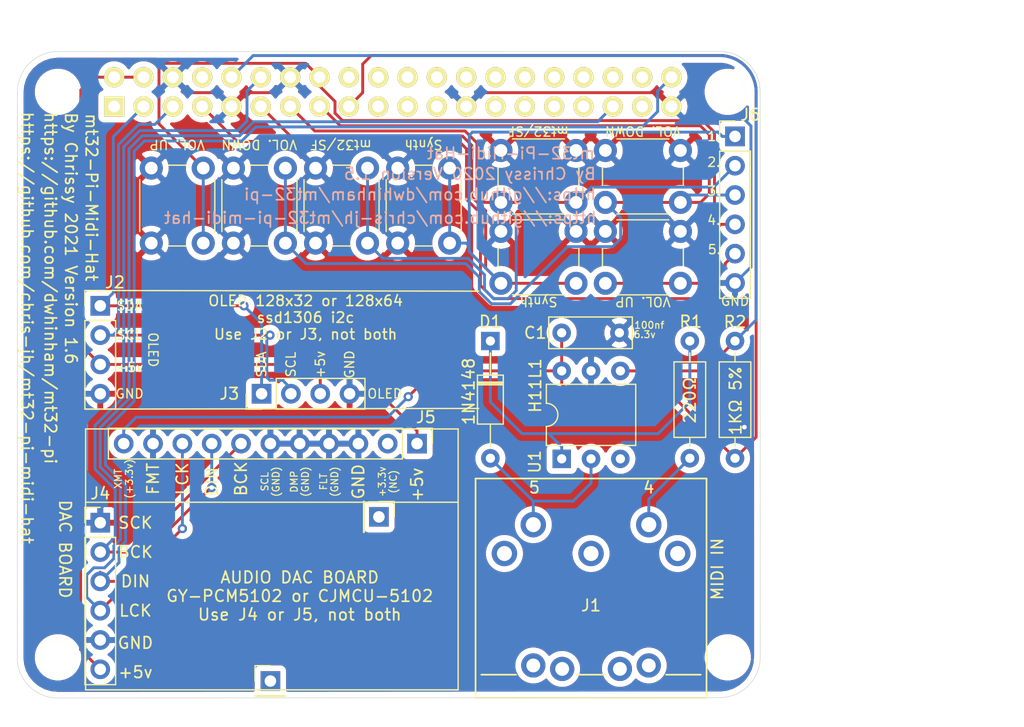
<source format=kicad_pcb>
(kicad_pcb (version 20171130) (host pcbnew "(5.1.4-0-10_14)")
  (layers (0 F.Cu signal) (31 B.Cu signal) (34 B.Paste user) (35 F.Paste user) (36 B.SilkS user) (37 F.SilkS user) (38 B.Mask user) (39 F.Mask user) (44 Edge.Cuts user))
  (net 0 "")
  (net 1 "Net-(D1-Pad2)")
  (net 2 "Net-(D1-Pad1)")
  (net 3 "Net-(J1-Pad4)")
  (net 4 +5V)
  (net 5 SCL)
  (net 6 SDA)
  (net 7 /Midi/MIDI_RXD)
  (net 8 GND)
  (net 9 +3V3)
  (net 10 DAC_LCK)
  (net 11 DAC_DIN)
  (net 12 DAC_BCK)
  (net 13 BUTTON_5)
  (net 14 BUTTON_4)
  (net 15 BUTTON_3)
  (net 16 BUTTON_2)
  (net 17 BUTTON_1)
  (module Button_Switch_THT:SW_PUSH_6mm_SLIM (layer F.Cu) (at 110.3376 92.3544 90)
    (fp_text reference SW8 hide)
    (fp_text value BUTTON_4 hide)
    (pad 1 thru_hole circle (at 6.5 0 180) (size 2 2) (drill 1.1) (layers *.Cu *.Mask) (net 8 GND))
    (pad 2 thru_hole circle (at 6.5 4.5 180) (size 2 2) (drill 1.1) (layers *.Cu *.Mask) (net 14 BUTTON_4))
    (pad 1 thru_hole circle (at 0 0 180) (size 2 2) (drill 1.1) (layers *.Cu *.Mask) (net 8 GND))
    (pad 2 thru_hole circle (at 0 4.5 180) (size 2 2) (drill 1.1) (layers *.Cu *.Mask) (net 14 BUTTON_4))
  )
  (module Button_Switch_THT:SW_PUSH_6mm_SLIM (layer F.Cu) (at 117.4496 92.3544 90)
    (fp_text reference SW7 hide)
    (fp_text value BUTTON_3 hide)
    (pad 1 thru_hole circle (at 6.5 0 180) (size 2 2) (drill 1.1) (layers *.Cu *.Mask) (net 8 GND))
    (pad 2 thru_hole circle (at 6.5 4.5 180) (size 2 2) (drill 1.1) (layers *.Cu *.Mask) (net 15 BUTTON_3))
    (pad 1 thru_hole circle (at 0 0 180) (size 2 2) (drill 1.1) (layers *.Cu *.Mask) (net 8 GND))
    (pad 2 thru_hole circle (at 0 4.5 180) (size 2 2) (drill 1.1) (layers *.Cu *.Mask) (net 15 BUTTON_3))
  )
  (module Button_Switch_THT:SW_PUSH_6mm_SLIM (layer F.Cu) (at 124.5616 92.3544 90)
    (fp_text reference SW6 hide)
    (fp_text value BUTTON_2 hide)
    (pad 1 thru_hole circle (at 6.5 0 180) (size 2 2) (drill 1.1) (layers *.Cu *.Mask) (net 8 GND))
    (pad 2 thru_hole circle (at 6.5 4.5 180) (size 2 2) (drill 1.1) (layers *.Cu *.Mask) (net 16 BUTTON_2))
    (pad 1 thru_hole circle (at 0 0 180) (size 2 2) (drill 1.1) (layers *.Cu *.Mask) (net 8 GND))
    (pad 2 thru_hole circle (at 0 4.5 180) (size 2 2) (drill 1.1) (layers *.Cu *.Mask) (net 16 BUTTON_2))
  )
  (module Button_Switch_THT:SW_PUSH_6mm_SLIM (layer F.Cu) (at 131.6736 92.3544 90)
    (fp_text reference SW5 hide)
    (fp_text value BUTTON_1 hide)
    (pad 1 thru_hole circle (at 6.5 0 180) (size 2 2) (drill 1.1) (layers *.Cu *.Mask) (net 8 GND))
    (pad 2 thru_hole circle (at 6.5 4.5 180) (size 2 2) (drill 1.1) (layers *.Cu *.Mask) (net 17 BUTTON_1))
    (pad 1 thru_hole circle (at 0 0 180) (size 2 2) (drill 1.1) (layers *.Cu *.Mask) (net 8 GND))
    (pad 2 thru_hole circle (at 0 4.5 180) (size 2 2) (drill 1.1) (layers *.Cu *.Mask) (net 17 BUTTON_1))
  )
  (module Button_Switch_THT:SW_PUSH_6mm_SLIM (layer F.Cu) (at 149.6568 91.3384)
    (fp_text reference SW4 hide)
    (fp_text value BUTTON_4 hide)
    (pad 1 thru_hole circle (at 6.5 0 90) (size 2 2) (drill 1.1) (layers *.Cu *.Mask) (net 8 GND))
    (pad 2 thru_hole circle (at 6.5 4.5 90) (size 2 2) (drill 1.1) (layers *.Cu *.Mask) (net 14 BUTTON_4))
    (pad 1 thru_hole circle (at 0 0 90) (size 2 2) (drill 1.1) (layers *.Cu *.Mask) (net 8 GND))
    (pad 2 thru_hole circle (at 0 4.5 90) (size 2 2) (drill 1.1) (layers *.Cu *.Mask) (net 14 BUTTON_4))
  )
  (module Button_Switch_THT:SW_PUSH_6mm_SLIM (layer F.Cu) (at 149.6568 84.328)
    (fp_text reference SW3 hide)
    (fp_text value BUTTON_3 hide)
    (pad 1 thru_hole circle (at 6.5 0 90) (size 2 2) (drill 1.1) (layers *.Cu *.Mask) (net 8 GND))
    (pad 2 thru_hole circle (at 6.5 4.5 90) (size 2 2) (drill 1.1) (layers *.Cu *.Mask) (net 15 BUTTON_3))
    (pad 1 thru_hole circle (at 0 0 90) (size 2 2) (drill 1.1) (layers *.Cu *.Mask) (net 8 GND))
    (pad 2 thru_hole circle (at 0 4.5 90) (size 2 2) (drill 1.1) (layers *.Cu *.Mask) (net 15 BUTTON_3))
  )
  (module Button_Switch_THT:SW_PUSH_6mm_SLIM (layer F.Cu) (at 140.6144 84.328)
    (fp_text reference SW2 hide)
    (fp_text value BUTTON_2 hide)
    (pad 1 thru_hole circle (at 6.5 0 90) (size 2 2) (drill 1.1) (layers *.Cu *.Mask) (net 8 GND))
    (pad 2 thru_hole circle (at 6.5 4.5 90) (size 2 2) (drill 1.1) (layers *.Cu *.Mask) (net 16 BUTTON_2))
    (pad 1 thru_hole circle (at 0 0 90) (size 2 2) (drill 1.1) (layers *.Cu *.Mask) (net 8 GND))
    (pad 2 thru_hole circle (at 0 4.5 90) (size 2 2) (drill 1.1) (layers *.Cu *.Mask) (net 16 BUTTON_2))
  )
  (module Button_Switch_THT:SW_PUSH_6mm_SLIM (layer F.Cu) (at 140.6144 91.3384)
    (fp_text reference SW1 hide)
    (fp_text value BUTTON_1 hide)
    (pad 1 thru_hole circle (at 6.5 0 90) (size 2 2) (drill 1.1) (layers *.Cu *.Mask) (net 8 GND))
    (pad 2 thru_hole circle (at 6.5 4.5 90) (size 2 2) (drill 1.1) (layers *.Cu *.Mask) (net 17 BUTTON_1))
    (pad 1 thru_hole circle (at 0 0 90) (size 2 2) (drill 1.1) (layers *.Cu *.Mask) (net 8 GND))
    (pad 2 thru_hole circle (at 0 4.5 90) (size 2 2) (drill 1.1) (layers *.Cu *.Mask) (net 17 BUTTON_1))
  )
  (module Connector_PinHeader_2.54mm:PinHeader_1x06_P2.54mm_Vertical (layer F.Cu) (at 160.8836 83.1088)
    (fp_text reference J6 (at 1.3208 -1.8796 180) (layer F.SilkS))
    (fp_text value CONTROL_PINS hide)
    (pad 6 thru_hole oval (at 0 12.7) (size 1.7 1.7) (drill 1) (layers *.Cu *.Mask) (net 8 GND))
    (pad 5 thru_hole oval (at 0 10.16) (size 1.7 1.7) (drill 1) (layers *.Cu *.Mask) (net 13 BUTTON_5))
    (pad 4 thru_hole oval (at 0 7.62) (size 1.7 1.7) (drill 1) (layers *.Cu *.Mask) (net 14 BUTTON_4))
    (pad 3 thru_hole oval (at 0 5.08) (size 1.7 1.7) (drill 1) (layers *.Cu *.Mask) (net 15 BUTTON_3))
    (pad 2 thru_hole oval (at 0 2.54) (size 1.7 1.7) (drill 1) (layers *.Cu *.Mask) (net 16 BUTTON_2))
    (pad 1 thru_hole rect (at 0 0) (size 1.7 1.7) (drill 1) (layers *.Cu *.Mask) (net 17 BUTTON_1))
  )
  (module Connector_PinHeader_2.54mm:PinHeader_1x01_P2.54mm_Vertical (layer F.Cu) (at 120.65 130.302)
    (fp_text reference J8 hide)
    (fp_text value POST hide)
    (pad 1 thru_hole rect (at 0 0) (size 1.7 1.7) (drill 1) (layers *.Cu *.Mask))
  )
  (module Connector_PinHeader_2.54mm:PinHeader_1x04_P2.54mm_Vertical (layer F.Cu) (at 119.888 105.41 90)
    (fp_text reference J3 (at 0 -2.794 180) (layer F.SilkS))
    (fp_text value OLED (at 0 10.668 180) (layer F.SilkS) (effects (font (size 0.8 0.8) (thickness 0.12))))
    (pad 4 thru_hole oval (at 0 7.62 90) (size 1.7 1.7) (drill 1) (layers *.Cu *.Mask) (net 8 GND))
    (pad 3 thru_hole oval (at 0 5.08 90) (size 1.7 1.7) (drill 1) (layers *.Cu *.Mask) (net 4 +5V))
    (pad 2 thru_hole oval (at 0 2.54 90) (size 1.7 1.7) (drill 1) (layers *.Cu *.Mask) (net 5 SCL))
    (pad 1 thru_hole rect (at 0 0 90) (size 1.7 1.7) (drill 1) (layers *.Cu *.Mask) (net 6 SDA))
  )
  (module Connector_PinHeader_2.54mm:PinHeader_1x11_P2.54mm_Vertical (layer F.Cu) (at 133.35 109.728 270)
    (fp_text reference J5 (at -2.286 -0.762 180) (layer F.SilkS))
    (fp_text value "DAC BOARD")
    (pad 11 thru_hole oval (at 0 25.4 270) (size 1.7 1.7) (drill 1) (layers *.Cu *.Mask) (net 9 +3V3))
    (pad 10 thru_hole oval (at 0 22.86 270) (size 1.7 1.7) (drill 1) (layers *.Cu *.Mask) (net 8 GND))
    (pad 9 thru_hole oval (at 0 20.32 270) (size 1.7 1.7) (drill 1) (layers *.Cu *.Mask) (net 10 DAC_LCK))
    (pad 8 thru_hole oval (at 0 17.78 270) (size 1.7 1.7) (drill 1) (layers *.Cu *.Mask) (net 11 DAC_DIN))
    (pad 7 thru_hole oval (at 0 15.24 270) (size 1.7 1.7) (drill 1) (layers *.Cu *.Mask) (net 12 DAC_BCK))
    (pad 6 thru_hole oval (at 0 12.7 270) (size 1.7 1.7) (drill 1) (layers *.Cu *.Mask) (net 8 GND))
    (pad 5 thru_hole oval (at 0 10.16 270) (size 1.7 1.7) (drill 1) (layers *.Cu *.Mask) (net 8 GND))
    (pad 4 thru_hole oval (at 0 7.62 270) (size 1.7 1.7) (drill 1) (layers *.Cu *.Mask) (net 8 GND))
    (pad 3 thru_hole oval (at 0 5.08 270) (size 1.7 1.7) (drill 1) (layers *.Cu *.Mask) (net 8 GND))
    (pad 2 thru_hole oval (at 0 2.54 270) (size 1.7 1.7) (drill 1) (layers *.Cu *.Mask))
    (pad 1 thru_hole rect (at 0 0 270) (size 1.7 1.7) (drill 1) (layers *.Cu *.Mask) (net 4 +5V))
  )
  (module Connector_PinHeader_2.54mm:PinHeader_1x01_P2.54mm_Vertical (layer F.Cu) (at 130.048 116.078 270)
    (fp_text reference J7 hide)
    (fp_text value POST hide)
    (pad 1 thru_hole rect (at 0 0 270) (size 1.7 1.7) (drill 1) (layers *.Cu *.Mask))
  )
  (module RasberryPi:raspberrypi_2_3 (layer F.Cu) (at 131.2545 79.248)
    (fp_text reference Pi1)
    (fp_text value Raspberry_Pi_2_3)
    (pad "" np_thru_hole circle (at 29 49) (size 3 3) (drill 3) (layers *.Cu *.Mask F.SilkS))
    (pad "" np_thru_hole circle (at -29 49) (size 3 3) (drill 3) (layers *.Cu *.Mask F.SilkS))
    (pad "" np_thru_hole circle (at 29 0) (size 3 3) (drill 3) (layers *.Cu *.Mask F.SilkS))
    (pad "" np_thru_hole circle (at -29 0) (size 3 3) (drill 3) (layers *.Cu *.Mask F.SilkS))
    (pad 39 thru_hole circle (at 24.13 1.27) (size 1.75 1.75) (drill 1.016) (layers *.Cu *.Mask F.SilkS) (net 8 GND))
    (pad 40 thru_hole circle (at 24.13 -1.27) (size 1.75 1.75) (drill 1.016) (layers *.Cu *.Mask F.SilkS) (net 11 DAC_DIN))
    (pad 37 thru_hole circle (at 21.59 1.27) (size 1.75 1.75) (drill 1.016) (layers *.Cu *.Mask F.SilkS))
    (pad 38 thru_hole circle (at 21.59 -1.27) (size 1.75 1.75) (drill 1.016) (layers *.Cu *.Mask F.SilkS))
    (pad 35 thru_hole circle (at 19.05 1.27) (size 1.75 1.75) (drill 1.016) (layers *.Cu *.Mask F.SilkS) (net 10 DAC_LCK))
    (pad 36 thru_hole circle (at 19.05 -1.27) (size 1.75 1.75) (drill 1.016) (layers *.Cu *.Mask F.SilkS))
    (pad 33 thru_hole circle (at 16.51 1.27) (size 1.75 1.75) (drill 1.016) (layers *.Cu *.Mask F.SilkS))
    (pad 34 thru_hole circle (at 16.51 -1.27) (size 1.75 1.75) (drill 1.016) (layers *.Cu *.Mask F.SilkS))
    (pad 31 thru_hole circle (at 13.97 1.27) (size 1.75 1.75) (drill 1.016) (layers *.Cu *.Mask F.SilkS))
    (pad 32 thru_hole circle (at 13.97 -1.27) (size 1.75 1.75) (drill 1.016) (layers *.Cu *.Mask F.SilkS))
    (pad 26 thru_hole circle (at 6.35 -1.27) (size 1.75 1.75) (drill 1.016) (layers *.Cu *.Mask F.SilkS))
    (pad 25 thru_hole circle (at 6.35 1.27) (size 1.75 1.75) (drill 1.016) (layers *.Cu *.Mask F.SilkS) (net 8 GND))
    (pad 22 thru_hole circle (at 1.27 -1.27) (size 1.75 1.75) (drill 1.016) (layers *.Cu *.Mask F.SilkS))
    (pad 21 thru_hole circle (at 1.27 1.27) (size 1.75 1.75) (drill 1.016) (layers *.Cu *.Mask F.SilkS))
    (pad 20 thru_hole circle (at -1.27 -1.27) (size 1.75 1.75) (drill 1.016) (layers *.Cu *.Mask F.SilkS))
    (pad 19 thru_hole circle (at -1.27 1.27) (size 1.75 1.75) (drill 1.016) (layers *.Cu *.Mask F.SilkS))
    (pad 18 thru_hole circle (at -3.81 -1.27) (size 1.75 1.75) (drill 1.016) (layers *.Cu *.Mask F.SilkS))
    (pad 17 thru_hole circle (at -3.81 1.27) (size 1.75 1.75) (drill 1.016) (layers *.Cu *.Mask F.SilkS) (net 9 +3V3))
    (pad 16 thru_hole circle (at -6.35 -1.27) (size 1.75 1.75) (drill 1.016) (layers *.Cu *.Mask F.SilkS) (net 14 BUTTON_4))
    (pad 15 thru_hole circle (at -6.35 1.27) (size 1.75 1.75) (drill 1.016) (layers *.Cu *.Mask F.SilkS) (net 15 BUTTON_3))
    (pad 14 thru_hole circle (at -8.89 -1.27) (size 1.75 1.75) (drill 1.016) (layers *.Cu *.Mask F.SilkS) (net 8 GND))
    (pad 13 thru_hole circle (at -8.89 1.27) (size 1.75 1.75) (drill 1.016) (layers *.Cu *.Mask F.SilkS) (net 16 BUTTON_2))
    (pad 12 thru_hole circle (at -11.43 -1.27) (size 1.75 1.75) (drill 1.016) (layers *.Cu *.Mask F.SilkS) (net 12 DAC_BCK))
    (pad 11 thru_hole circle (at -11.43 1.27) (size 1.75 1.75) (drill 1.016) (layers *.Cu *.Mask F.SilkS) (net 17 BUTTON_1))
    (pad 10 thru_hole circle (at -13.97 -1.27) (size 1.75 1.75) (drill 1.016) (layers *.Cu *.Mask F.SilkS) (net 7 /Midi/MIDI_RXD))
    (pad 9 thru_hole circle (at -13.97 1.27) (size 1.75 1.75) (drill 1.016) (layers *.Cu *.Mask F.SilkS) (net 8 GND))
    (pad 8 thru_hole circle (at -16.51 -1.27) (size 1.75 1.75) (drill 1.016) (layers *.Cu *.Mask F.SilkS))
    (pad 7 thru_hole circle (at -16.51 1.27) (size 1.75 1.75) (drill 1.016) (layers *.Cu *.Mask F.SilkS) (net 13 BUTTON_5))
    (pad 6 thru_hole circle (at -19.05 -1.27) (size 1.75 1.75) (drill 1.016) (layers *.Cu *.Mask F.SilkS) (net 8 GND))
    (pad 5 thru_hole circle (at -19.05 1.27) (size 1.75 1.75) (drill 1.016) (layers *.Cu *.Mask F.SilkS) (net 5 SCL))
    (pad 4 thru_hole circle (at -21.59 -1.27) (size 1.75 1.75) (drill 1.016) (layers *.Cu *.Mask F.SilkS) (net 4 +5V))
    (pad 3 thru_hole circle (at -21.59 1.27) (size 1.75 1.75) (drill 1.016) (layers *.Cu *.Mask F.SilkS) (net 6 SDA))
    (pad 2 thru_hole circle (at -24.13 -1.27) (size 1.75 1.75) (drill 1.016) (layers *.Cu *.Mask F.SilkS) (net 4 +5V))
    (pad 1 thru_hole rect (at -24.13 1.27) (size 1.75 1.75) (drill 1.016) (layers *.Cu *.Mask F.SilkS))
    (pad 23 thru_hole circle (at 3.81 1.27) (size 1.75 1.75) (drill 1.016) (layers *.Cu *.Mask F.SilkS))
    (pad 24 thru_hole circle (at 3.81 -1.27) (size 1.75 1.75) (drill 1.016) (layers *.Cu *.Mask F.SilkS))
    (pad 30 thru_hole circle (at 11.43 -1.27) (size 1.75 1.75) (drill 1.016) (layers *.Cu *.Mask F.SilkS))
    (pad 29 thru_hole circle (at 11.43 1.27) (size 1.75 1.75) (drill 1.016) (layers *.Cu *.Mask F.SilkS))
    (pad 28 thru_hole circle (at 8.89 -1.27) (size 1.75 1.75) (drill 1.016) (layers *.Cu *.Mask F.SilkS))
    (pad 27 thru_hole circle (at 8.89 1.27) (size 1.75 1.75) (drill 1.016) (layers *.Cu *.Mask F.SilkS))
  )
  (module Resistor_THT:R_Axial_DIN0207_L6.3mm_D2.5mm_P10.16mm_Horizontal (layer F.Cu) (at 160.8836 110.998 90)
    (fp_text reference R2 (at 11.811 0 180) (layer F.SilkS))
    (fp_text value "1KΩ 5%" (at 4.9784 0.0508 90) (layer F.SilkS))
    (pad 2 thru_hole oval (at 10.16 0 90) (size 1.6 1.6) (drill 0.8) (layers *.Cu *.Mask) (net 7 /Midi/MIDI_RXD))
    (pad 1 thru_hole circle (at 0 0 90) (size 1.6 1.6) (drill 0.8) (layers *.Cu *.Mask) (net 9 +3V3))
  )
  (module Resistor_THT:R_Axial_DIN0207_L6.3mm_D2.5mm_P10.16mm_Horizontal (layer F.Cu) (at 156.972 100.838 270)
    (fp_text reference R1 (at -1.6764 -0.0762) (layer F.SilkS))
    (fp_text value 220Ω (at 5.1308 0 270) (layer F.SilkS))
    (pad 2 thru_hole oval (at 10.16 0 270) (size 1.6 1.6) (drill 0.8) (layers *.Cu *.Mask) (net 3 "Net-(J1-Pad4)"))
    (pad 1 thru_hole circle (at 0 0 270) (size 1.6 1.6) (drill 0.8) (layers *.Cu *.Mask) (net 2 "Net-(D1-Pad1)"))
  )
  (module Diode_THT:D_DO-35_SOD27_P10.16mm_Horizontal (layer F.Cu) (at 139.7 100.838 270)
    (fp_text reference D1 (at -1.6764 0) (layer F.SilkS))
    (fp_text value 1N4148 (at 4.3688 1.8796 270) (layer F.SilkS))
    (pad 2 thru_hole oval (at 10.16 0 270) (size 1.6 1.6) (drill 0.8) (layers *.Cu *.Mask) (net 1 "Net-(D1-Pad2)"))
    (pad 1 thru_hole rect (at 0 0 270) (size 1.6 1.6) (drill 0.8) (layers *.Cu *.Mask) (net 2 "Net-(D1-Pad1)"))
  )
  (module DIN-Connector:DIN-5-Variable (layer F.Cu) (at 148.416 119.253 180)
    (fp_text reference J1 (at 0 -4.5 180) (layer F.SilkS))
    (fp_text value "MIDI IN" (at -10.9436 -1.3462 270) (layer F.SilkS))
    (pad 4 thru_hole circle (at -5 2.5 180) (size 2.2 2.2) (drill 1.3) (layers *.Cu *.Mask) (net 3 "Net-(J1-Pad4)") (clearance 0.3))
    (pad 5 thru_hole circle (at 5 2.5 180) (size 2.2 2.2) (drill 1.3) (layers *.Cu *.Mask) (net 1 "Net-(D1-Pad2)") (clearance 0.3))
    (pad 1 thru_hole circle (at -7.5 0 180) (size 2.2 2.2) (drill 1.3) (layers *.Cu *.Mask) (clearance 0.3))
    (pad 2 thru_hole circle (at 0 0 180) (size 2.2 2.2) (drill 1.3) (layers *.Cu *.Mask) (clearance 0.3))
    (pad 3 thru_hole circle (at 7.5 0 180) (size 2.2 2.2) (drill 1.3) (layers *.Cu *.Mask) (clearance 0.3))
    (pad "" thru_hole circle (at 5 -9.7 180) (size 2.1 2.1) (drill 1.2) (layers *.Cu *.Mask))
    (pad "" thru_hole circle (at -5 -9.7 180) (size 2.1 2.1) (drill 1.2) (layers *.Cu *.Mask))
    (pad "" thru_hole circle (at 2.5 -10 180) (size 2.1 2.1) (drill 1.2) (layers *.Cu *.Mask))
    (pad "" thru_hole circle (at -2.5 -10 180) (size 2.1 2.1) (drill 1.2) (layers *.Cu *.Mask))
  )
  (module Connector_PinHeader_2.54mm:PinHeader_1x06_P2.54mm_Vertical (layer F.Cu) (at 105.918 116.586)
    (fp_text reference J4 (at 0 -2.54) (layer F.SilkS))
    (fp_text value "DAC BOARD" (at -3.048 2.286 270 unlocked) (layer F.SilkS))
    (pad 6 thru_hole oval (at 0 12.7) (size 1.7 1.7) (drill 1) (layers *.Cu *.Mask) (net 4 +5V))
    (pad 5 thru_hole oval (at 0 10.16) (size 1.7 1.7) (drill 1) (layers *.Cu *.Mask) (net 8 GND))
    (pad 4 thru_hole oval (at 0 7.62) (size 1.7 1.7) (drill 1) (layers *.Cu *.Mask) (net 10 DAC_LCK))
    (pad 3 thru_hole oval (at 0 5.08) (size 1.7 1.7) (drill 1) (layers *.Cu *.Mask) (net 11 DAC_DIN))
    (pad 2 thru_hole oval (at 0 2.54) (size 1.7 1.7) (drill 1) (layers *.Cu *.Mask) (net 12 DAC_BCK))
    (pad 1 thru_hole rect (at 0 0) (size 1.7 1.7) (drill 1) (layers *.Cu *.Mask) (net 8 GND))
  )
  (module Capacitor_THT:C_Disc_D7.0mm_W2.5mm_P5.00mm (layer F.Cu) (at 145.8722 100.1268)
    (fp_text reference C1 (at -2.286 0) (layer F.SilkS))
    (fp_text value 100nf (at 7.5946 -0.6604) (layer F.SilkS) (effects (font (size 0.6 0.6) (thickness 0.1))))
    (pad 2 thru_hole circle (at 5 0) (size 1.6 1.6) (drill 0.8) (layers *.Cu *.Mask) (net 8 GND))
    (pad 1 thru_hole circle (at 0 0) (size 1.6 1.6) (drill 0.8) (layers *.Cu *.Mask) (net 9 +3V3))
  )
  (module Package_DIP:DIP-6_W7.62mm (layer F.Cu) (at 145.876 111.0488 90)
    (fp_text reference U1 (at -0.254 -2.33 90) (layer F.SilkS))
    (fp_text value H11L1 (at 6.35 -2.286 90) (layer F.SilkS))
    (pad 6 thru_hole oval (at 7.62 0 90) (size 1.6 1.6) (drill 0.8) (layers *.Cu *.Mask) (net 9 +3V3))
    (pad 3 thru_hole oval (at 0 5.08 90) (size 1.6 1.6) (drill 0.8) (layers *.Cu *.Mask))
    (pad 5 thru_hole oval (at 7.62 2.54 90) (size 1.6 1.6) (drill 0.8) (layers *.Cu *.Mask) (net 8 GND))
    (pad 2 thru_hole oval (at 0 2.54 90) (size 1.6 1.6) (drill 0.8) (layers *.Cu *.Mask) (net 1 "Net-(D1-Pad2)"))
    (pad 4 thru_hole oval (at 7.62 5.08 90) (size 1.6 1.6) (drill 0.8) (layers *.Cu *.Mask) (net 7 /Midi/MIDI_RXD))
    (pad 1 thru_hole rect (at 0 0 90) (size 1.6 1.6) (drill 0.8) (layers *.Cu *.Mask) (net 2 "Net-(D1-Pad1)"))
  )
  (module Connector_PinHeader_2.54mm:PinHeader_1x04_P2.54mm_Vertical (layer F.Cu) (at 105.918 97.79)
    (fp_text reference J2 (at 1.27 -2.032) (layer F.SilkS))
    (fp_text value OLED (at 4.572 3.81 270 unlocked) (layer F.SilkS) (effects (font (size 0.8 0.8) (thickness 0.12))))
    (pad 4 thru_hole oval (at 0 7.62) (size 1.7 1.7) (drill 1) (layers *.Cu *.Mask) (net 8 GND))
    (pad 3 thru_hole oval (at 0 5.08) (size 1.7 1.7) (drill 1) (layers *.Cu *.Mask) (net 4 +5V))
    (pad 2 thru_hole oval (at 0 2.54) (size 1.7 1.7) (drill 1) (layers *.Cu *.Mask) (net 5 SCL))
    (pad 1 thru_hole rect (at 0 0) (size 1.7 1.7) (drill 1) (layers *.Cu *.Mask) (net 6 SDA))
  )
  (gr_text 6.3v (at 153.0604 100.2792) (layer F.SilkS) (effects (font (size 0.6 0.6) (thickness 0.1))))
  (gr_text GND (at 160.8836 97.3836) (layer F.SilkS) (effects (font (size 0.8 0.8) (thickness 0.12))))
  (gr_text 5. (at 159.1056 92.9132) (layer F.SilkS) (effects (font (size 0.8 0.8) (thickness 0.12))))
  (gr_text 4. (at 159.0548 90.3732) (layer F.SilkS) (effects (font (size 0.8 0.8) (thickness 0.12))))
  (gr_text 3. (at 159.0548 87.8332) (layer F.SilkS) (effects (font (size 0.8 0.8) (thickness 0.12))))
  (gr_text 2. (at 159.0548 85.344) (layer F.SilkS) (effects (font (size 0.8 0.8) (thickness 0.12))))
  (gr_text 1. (at 159.0548 83.1088) (layer F.SilkS) (effects (font (size 0.8 0.8) (thickness 0.12))))
  (gr_text "VOL. UP" (at 112.5728 83.82 180) (layer F.SilkS) (effects (font (size 0.8 0.8) (thickness 0.12))))
  (gr_text "VOL. DOWN" (at 119.6848 83.82 180) (layer F.SilkS) (effects (font (size 0.8 0.8) (thickness 0.12))))
  (gr_text mt32/SF (at 126.746 83.82 180) (layer F.SilkS) (effects (font (size 0.8 0.8) (thickness 0.12))))
  (gr_text Synth (at 133.9088 83.82 180) (layer F.SilkS) (effects (font (size 0.8 0.8) (thickness 0.12))))
  (gr_text mt32/SF (at 143.8148 82.6516 180) (layer F.SilkS) (effects (font (size 0.8 0.8) (thickness 0.12))))
  (gr_text Synth (at 143.8656 97.4344 180) (layer F.SilkS) (effects (font (size 0.8 0.8) (thickness 0.12))))
  (gr_text "VOL. DOWN" (at 152.908 82.6516 180) (layer F.SilkS) (effects (font (size 0.8 0.8) (thickness 0.12))))
  (gr_text "VOL. UP" (at 152.908 97.4344 180) (layer F.SilkS) (effects (font (size 0.8 0.8) (thickness 0.12))))
  (gr_text https://github.com/chris-jh/mt32-pi-midi-hat (at 130.17 90.17) (layer B.SilkS) (effects (font (size 1 1)) (justify mirror)))
  (gr_text mt32-Pi-Midi-Hat (at 141.478 84.582) (layer B.SilkS) (effects (font (size 1 1)) (justify mirror)))
  (gr_text "By Chrissy 2020 Version 1.5" (at 137.922 86.36) (layer B.SilkS) (effects (font (size 1 1)) (justify mirror)))
  (gr_text https://github.com/dwhinham/mt32-pi (at 133.604 88.138) (layer B.SilkS) (effects (font (size 1 1)) (justify mirror)))
  (gr_text GND (at 127.508 102.87 90) (layer F.SilkS) (effects (font (size 0.8 0.8) (thickness 0.12))))
  (gr_text +5v (at 124.968 102.87 90) (layer F.SilkS) (effects (font (size 0.8 0.8) (thickness 0.12))))
  (gr_text SCL (at 122.428 102.87 90) (layer F.SilkS) (effects (font (size 0.8 0.8) (thickness 0.12))))
  (gr_text SDA (at 119.888 102.87 90) (layer F.SilkS) (effects (font (size 0.8 0.8) (thickness 0.12))))
  (gr_text https://github.com/chris-jh/mt32-pi-midi-hat (at 99.568 99.7 270) (layer F.SilkS) (effects (font (size 1 1))))
  (gr_text "XMT\n(+3.3v)" (at 107.95 112.776 90) (layer F.SilkS) (effects (font (size 0.6 0.6) (thickness 0.1))))
  (gr_text "SCL\n(GND)" (at 120.65 113.03 90) (layer F.SilkS) (effects (font (size 0.6 0.6) (thickness 0.1))))
  (gr_text "DMP\n(GND)" (at 123.19 113.03 90) (layer F.SilkS) (effects (font (size 0.6 0.6) (thickness 0.1))))
  (gr_text "FLT\n(GND)" (at 125.73 113.03 90) (layer F.SilkS) (effects (font (size 0.6 0.6) (thickness 0.1))))
  (gr_text "+3.3v\n(NC)" (at 130.81 113.03 90) (layer F.SilkS) (effects (font (size 0.6 0.6) (thickness 0.1))))
  (gr_text +5v (at 133.35 113.284 90) (layer F.SilkS) (effects (font (size 1 1))))
  (gr_text GND (at 128.27 113.03 90) (layer F.SilkS) (effects (font (size 1 1))))
  (gr_text BCK (at 118.11 112.776 90) (layer F.SilkS) (effects (font (size 1 1))))
  (gr_text DIN (at 115.57 113.03 90) (layer F.SilkS) (effects (font (size 1 1))))
  (gr_text LCK (at 113.03 112.776 90) (layer F.SilkS) (effects (font (size 1 1))))
  (gr_text FMT (at 110.49 112.776 90) (layer F.SilkS) (effects (font (size 1 1))))
  (gr_line (start 104.648 108.458) (end 136.906 108.458) (layer F.SilkS) (width 0.12))
  (gr_text "AUDIO DAC BOARD\nGY-PCM5102 or CJMCU-5102\nUse J4 or J5, not both" (at 123.19 122.936) (layer F.SilkS) (effects (font (size 1 1))))
  (gr_line (start 104.648 131.064) (end 104.648 108.458) (layer F.SilkS) (width 0.12))
  (gr_line (start 136.906 131.064) (end 104.648 131.064) (layer F.SilkS) (width 0.12))
  (gr_line (start 136.906 108.458) (end 136.906 131.064) (layer F.SilkS) (width 0.12))
  (gr_line (start 104.648 114.808) (end 136.906 114.808) (layer F.SilkS) (width 0.12))
  (gr_text "OLED 128x32 or 128x64\nssd1306 i2c\nUse J2 or J3, not both" (at 123.698 98.806) (layer F.SilkS) (effects (font (size 0.9 0.9) (thickness 0.14))))
  (gr_line (start 104.588 106.74) (end 138.684 106.68) (layer F.SilkS) (width 0.12))
  (gr_line (start 104.588 96.46) (end 138.684 96.52) (layer F.SilkS) (width 0.12))
  (gr_arc (start 159.546938 128.21989) (end 159.648408 131.740329) (angle -89.6) (layer Edge.Cuts) (width 0.05))
  (gr_arc (start 159.542481 79.26819) (end 163.06292 79.16672) (angle -89.6) (layer Edge.Cuts) (width 0.05))
  (gr_text 5 (at 143.51 113.538) (layer F.SilkS) (effects (font (size 1 1))))
  (gr_text 4 (at 153.416 113.538) (layer F.SilkS) (effects (font (size 1 1))))
  (gr_text GND (at 108.458 105.41) (layer F.SilkS) (effects (font (size 0.8 0.8) (thickness 0.12))))
  (gr_text +5v (at 108.458 103.124) (layer F.SilkS) (effects (font (size 0.8 0.8) (thickness 0.12))))
  (gr_text SCL (at 108.458 100.33) (layer F.SilkS) (effects (font (size 0.8 0.8) (thickness 0.12))))
  (gr_text SDA (at 108.458 97.79) (layer F.SilkS) (effects (font (size 0.8 0.8) (thickness 0.12))))
  (gr_text +5v (at 108.966 129.54) (layer F.SilkS) (effects (font (size 1 1))))
  (gr_text GND (at 108.966 127) (layer F.SilkS) (effects (font (size 1 1))))
  (gr_text LCK (at 108.966 124.206) (layer F.SilkS) (effects (font (size 1 1))))
  (gr_text DIN (at 108.966 121.666) (layer F.SilkS) (effects (font (size 1 1))))
  (gr_text BCK (at 108.966 119.126) (layer F.SilkS) (effects (font (size 1 1))))
  (gr_text SCK (at 108.966 116.586) (layer F.SilkS) (effects (font (size 1 1))))
  (gr_text https://github.com/dwhinham/mt32-pi (at 101.6 96.266 270) (layer F.SilkS) (effects (font (size 1 1))))
  (gr_text "By Chrissy 2021 Version 1.6" (at 103.378 91.948 270) (layer F.SilkS) (effects (font (size 1 1))))
  (gr_text mt32-Pi-Midi-Hat (at 105.156 88.392 270) (layer F.SilkS) (effects (font (size 1 1))))
  (gr_line (start 98.735 128.3) (end 98.744288 79.3555) (layer Edge.Cuts) (width 0.05))
  (gr_arc (start 102.22992 128.27521) (end 98.735 128.3) (angle -89.6) (layer Edge.Cuts) (width 0.05))
  (gr_arc (start 102.26535 79.27861) (end 102.16388 75.758171) (angle -89.6) (layer Edge.Cuts) (width 0.05))
  (gr_line (start 159.465591 75.74788) (end 102.16388 75.75804) (layer Edge.Cuts) (width 0.05))
  (gr_line (start 163.068 128.143) (end 163.06292 79.16672) (layer Edge.Cuts) (width 0.05))
  (gr_line (start 102.22992 131.77012) (end 159.648408 131.73964) (layer Edge.Cuts) (width 0.05))
  (segment (start 143.416 114.714) (end 143.416 116.753) (width 0.25) (layer B.Cu) (net 1))
  (segment (start 139.7 110.998) (end 143.416 114.714) (width 0.25) (layer B.Cu) (net 1))
  (segment (start 143.416 114.714) (end 146.8552 114.714) (width 0.25) (layer B.Cu) (net 1))
  (segment (start 148.416 113.1532) (end 146.8552 114.714) (width 0.25) (layer B.Cu) (net 1))
  (segment (start 148.416 111.0488) (end 148.416 113.1532) (width 0.25) (layer B.Cu) (net 1))
  (segment (start 139.7 106.1212) (end 139.7 100.838) (width 0.25) (layer B.Cu) (net 2))
  (segment (start 156.972 106.1212) (end 154.2288 108.8644) (width 0.25) (layer B.Cu) (net 2))
  (segment (start 142.4432 108.8644) (end 139.7 106.1212) (width 0.25) (layer B.Cu) (net 2))
  (segment (start 156.972 100.838) (end 156.972 106.1212) (width 0.25) (layer B.Cu) (net 2))
  (segment (start 144.8816 109.0044) (end 144.8816 108.8644) (width 0.25) (layer B.Cu) (net 2))
  (segment (start 145.876 109.9988) (end 144.8816 109.0044) (width 0.25) (layer B.Cu) (net 2))
  (segment (start 145.876 111.0488) (end 145.876 109.9988) (width 0.25) (layer B.Cu) (net 2))
  (segment (start 144.8816 108.8644) (end 142.4432 108.8644) (width 0.25) (layer B.Cu) (net 2))
  (segment (start 154.2288 108.8644) (end 144.8816 108.8644) (width 0.25) (layer B.Cu) (net 2))
  (segment (start 153.416 114.554) (end 153.416 116.753) (width 0.25) (layer B.Cu) (net 3))
  (segment (start 156.972 110.998) (end 153.416 114.554) (width 0.25) (layer B.Cu) (net 3))
  (segment (start 107.1245 77.978) (end 109.6645 77.978) (width 0.25) (layer F.Cu) (net 4))
  (segment (start 105.345998 77.978) (end 104.234999 79.088999) (width 0.25) (layer F.Cu) (net 4))
  (segment (start 107.1245 77.978) (end 105.345998 77.978) (width 0.25) (layer F.Cu) (net 4))
  (segment (start 104.2162 127.5842) (end 104.2162 104.761798) (width 0.25) (layer F.Cu) (net 4))
  (segment (start 105.918 129.286) (end 104.2162 127.5842) (width 0.25) (layer F.Cu) (net 4))
  (segment (start 105.918 102.87) (end 104.234999 101.186999) (width 0.25) (layer F.Cu) (net 4))
  (segment (start 104.234999 101.186999) (end 104.234999 104.742999) (width 0.25) (layer F.Cu) (net 4))
  (segment (start 104.234999 79.088999) (end 104.234999 101.186999) (width 0.25) (layer F.Cu) (net 4))
  (segment (start 133.35 108.628) (end 127.592 102.87) (width 0.25) (layer F.Cu) (net 4))
  (segment (start 125.984 102.87) (end 105.918 102.87) (width 0.25) (layer F.Cu) (net 4))
  (segment (start 133.35 109.728) (end 133.35 108.628) (width 0.25) (layer F.Cu) (net 4))
  (segment (start 124.968 103.886) (end 125.984 102.87) (width 0.25) (layer F.Cu) (net 4))
  (segment (start 124.968 105.41) (end 124.968 103.886) (width 0.25) (layer F.Cu) (net 4))
  (segment (start 127.592 102.87) (end 125.984 102.87) (width 0.25) (layer F.Cu) (net 4))
  (segment (start 110.648045 82.074455) (end 109.244174 82.074455) (width 0.25) (layer B.Cu) (net 5))
  (segment (start 112.2045 80.518) (end 110.648045 82.074455) (width 0.25) (layer B.Cu) (net 5))
  (segment (start 109.244174 82.074455) (end 107.698914 83.619714) (width 0.25) (layer B.Cu) (net 5))
  (segment (start 107.49999 83.818639) (end 107.49999 99.86561) (width 0.25) (layer B.Cu) (net 5))
  (segment (start 107.0356 100.33) (end 105.918 100.33) (width 0.25) (layer B.Cu) (net 5))
  (segment (start 107.49999 99.86561) (end 107.0356 100.33) (width 0.25) (layer B.Cu) (net 5))
  (segment (start 107.698914 83.619714) (end 107.49999 83.818639) (width 0.25) (layer B.Cu) (net 5))
  (segment (start 120.33801 103.98041) (end 120.33801 100.60499) (width 0.25) (layer B.Cu) (net 5))
  (segment (start 121.710199 104.234999) (end 120.592599 104.234999) (width 0.25) (layer B.Cu) (net 5))
  (segment (start 120.592599 104.234999) (end 120.33801 103.98041) (width 0.25) (layer B.Cu) (net 5))
  (segment (start 122.428 104.9528) (end 121.710199 104.234999) (width 0.25) (layer B.Cu) (net 5))
  (segment (start 122.428 105.41) (end 122.428 104.9528) (width 0.25) (layer B.Cu) (net 5))
  (segment (start 120.33801 100.60499) (end 120.613 100.33) (width 0.25) (layer B.Cu) (net 5))
  (via (at 120.613 100.33) (size 0.8) (drill 0.4) (layers F.Cu B.Cu) (net 5))
  (segment (start 120.613 100.33) (end 105.918 100.33) (width 0.25) (layer F.Cu) (net 5))
  (segment (start 119.888 105.41) (end 119.888 99.314) (width 0.25) (layer B.Cu) (net 6))
  (via (at 118.364 97.79) (size 0.8) (drill 0.4) (layers F.Cu B.Cu) (net 6))
  (segment (start 119.888 99.314) (end 118.364 97.79) (width 0.25) (layer B.Cu) (net 6))
  (segment (start 118.364 97.79) (end 105.918 97.79) (width 0.25) (layer F.Cu) (net 6))
  (segment (start 107.04998 96.65802) (end 107.04998 83.13252) (width 0.25) (layer B.Cu) (net 6))
  (segment (start 107.04998 83.13252) (end 109.6645 80.518) (width 0.25) (layer B.Cu) (net 6))
  (segment (start 105.918 97.79) (end 107.04998 96.65802) (width 0.25) (layer B.Cu) (net 6))
  (segment (start 117.2845 77.978) (end 119.157465 76.105035) (width 0.25) (layer B.Cu) (net 7))
  (segment (start 162.085186 77.372082) (end 162.148178 77.459621) (width 0.25) (layer B.Cu) (net 7))
  (segment (start 162.019294 77.286783) (end 162.085186 77.372082) (width 0.25) (layer B.Cu) (net 7))
  (segment (start 161.950488 77.20371) (end 162.019294 77.286783) (width 0.25) (layer B.Cu) (net 7))
  (segment (start 161.878943 77.123074) (end 161.950488 77.20371) (width 0.25) (layer B.Cu) (net 7))
  (segment (start 161.804663 77.044879) (end 161.878943 77.123074) (width 0.25) (layer B.Cu) (net 7))
  (segment (start 161.727816 76.969302) (end 161.804663 77.044879) (width 0.25) (layer B.Cu) (net 7))
  (segment (start 161.648392 76.896331) (end 161.727816 76.969302) (width 0.25) (layer B.Cu) (net 7))
  (segment (start 161.56657 76.826134) (end 161.648392 76.896331) (width 0.25) (layer B.Cu) (net 7))
  (segment (start 161.482387 76.758741) (end 161.56657 76.826134) (width 0.25) (layer B.Cu) (net 7))
  (segment (start 161.395979 76.694259) (end 161.482387 76.758741) (width 0.25) (layer B.Cu) (net 7))
  (segment (start 119.157465 76.105035) (end 159.772768 76.105035) (width 0.25) (layer B.Cu) (net 7))
  (segment (start 161.307406 76.632736) (end 161.395979 76.694259) (width 0.25) (layer B.Cu) (net 7))
  (segment (start 161.216824 76.574279) (end 161.307406 76.632736) (width 0.25) (layer B.Cu) (net 7))
  (segment (start 161.12428 76.51892) (end 161.216824 76.574279) (width 0.25) (layer B.Cu) (net 7))
  (segment (start 161.029953 76.466762) (end 161.12428 76.51892) (width 0.25) (layer B.Cu) (net 7))
  (segment (start 160.93385 76.41781) (end 161.029953 76.466762) (width 0.25) (layer B.Cu) (net 7))
  (segment (start 160.836156 76.372161) (end 160.93385 76.41781) (width 0.25) (layer B.Cu) (net 7))
  (segment (start 160.736986 76.329868) (end 160.836156 76.372161) (width 0.25) (layer B.Cu) (net 7))
  (segment (start 160.636419 76.290964) (end 160.736986 76.329868) (width 0.25) (layer B.Cu) (net 7))
  (segment (start 160.534578 76.255497) (end 160.636419 76.290964) (width 0.25) (layer B.Cu) (net 7))
  (segment (start 160.010665 76.131094) (end 160.117038 76.148822) (width 0.25) (layer B.Cu) (net 7))
  (segment (start 160.43161 76.223518) (end 160.534578 76.255497) (width 0.25) (layer B.Cu) (net 7))
  (segment (start 160.117038 76.148822) (end 160.222699 76.170146) (width 0.25) (layer B.Cu) (net 7))
  (segment (start 159.796443 76.106533) (end 159.90376 76.116992) (width 0.25) (layer B.Cu) (net 7))
  (segment (start 160.327646 76.195066) (end 160.43161 76.223518) (width 0.25) (layer B.Cu) (net 7))
  (segment (start 160.222699 76.170146) (end 160.327646 76.195066) (width 0.25) (layer B.Cu) (net 7))
  (segment (start 159.772768 76.105035) (end 159.796443 76.106533) (width 0.25) (layer B.Cu) (net 7))
  (segment (start 159.90376 76.116992) (end 160.010665 76.131094) (width 0.25) (layer B.Cu) (net 7))
  (segment (start 162.687226 78.854483) (end 162.699473 78.961637) (width 0.25) (layer B.Cu) (net 7))
  (segment (start 162.671349 78.747847) (end 162.687226 78.854483) (width 0.25) (layer B.Cu) (net 7))
  (segment (start 162.708067 79.069086) (end 162.712912 79.174778) (width 0.25) (layer B.Cu) (net 7))
  (segment (start 162.699473 78.961637) (end 162.708067 79.069086) (width 0.25) (layer B.Cu) (net 7))
  (segment (start 162.651856 78.641802) (end 162.671349 78.747847) (width 0.25) (layer B.Cu) (net 7))
  (segment (start 162.628763 78.536455) (end 162.651856 78.641802) (width 0.25) (layer B.Cu) (net 7))
  (segment (start 162.602111 78.431984) (end 162.628763 78.536455) (width 0.25) (layer B.Cu) (net 7))
  (segment (start 162.571918 78.328462) (end 162.602111 78.431984) (width 0.25) (layer B.Cu) (net 7))
  (segment (start 162.208149 77.549239) (end 162.265018 77.640807) (width 0.25) (layer B.Cu) (net 7))
  (segment (start 162.369309 77.829573) (end 162.416561 77.926458) (width 0.25) (layer B.Cu) (net 7))
  (segment (start 162.318753 77.734277) (end 162.369309 77.829573) (width 0.25) (layer B.Cu) (net 7))
  (segment (start 162.538235 78.22606) (end 162.571918 78.328462) (width 0.25) (layer B.Cu) (net 7))
  (segment (start 162.460501 78.024913) (end 162.501072 78.12481) (width 0.25) (layer B.Cu) (net 7))
  (segment (start 162.501072 78.12481) (end 162.538235 78.22606) (width 0.25) (layer B.Cu) (net 7))
  (segment (start 162.148178 77.459621) (end 162.208149 77.549239) (width 0.25) (layer B.Cu) (net 7))
  (segment (start 162.265018 77.640807) (end 162.318753 77.734277) (width 0.25) (layer B.Cu) (net 7))
  (segment (start 162.416561 77.926458) (end 162.460501 78.024913) (width 0.25) (layer B.Cu) (net 7))
  (segment (start 162.712912 99.008688) (end 160.8836 100.838) (width 0.25) (layer B.Cu) (net 7))
  (segment (start 162.712912 79.174778) (end 162.712912 99.008688) (width 0.25) (layer B.Cu) (net 7))
  (segment (start 158.2928 103.4288) (end 160.8836 100.838) (width 0.25) (layer F.Cu) (net 7))
  (segment (start 150.956 103.4288) (end 158.2928 103.4288) (width 0.25) (layer F.Cu) (net 7))
  (segment (start 154.184499 79.317999) (end 155.3845 80.518) (width 0.25) (layer F.Cu) (net 8))
  (segment (start 138.804501 79.317999) (end 154.184499 79.317999) (width 0.25) (layer F.Cu) (net 8))
  (segment (start 137.6045 80.518) (end 138.804501 79.317999) (width 0.25) (layer F.Cu) (net 8))
  (segment (start 113.544499 79.317999) (end 116.084499 79.317999) (width 0.25) (layer F.Cu) (net 8))
  (segment (start 116.084499 79.317999) (end 117.2845 80.518) (width 0.25) (layer F.Cu) (net 8))
  (segment (start 112.2045 77.978) (end 113.544499 79.317999) (width 0.25) (layer F.Cu) (net 8))
  (segment (start 161.452801 81.392999) (end 156.259499 81.392999) (width 0.25) (layer B.Cu) (net 8))
  (segment (start 162.262902 82.2031) (end 161.452801 81.392999) (width 0.25) (layer B.Cu) (net 8))
  (segment (start 162.262902 94.429498) (end 162.262902 82.2031) (width 0.25) (layer B.Cu) (net 8))
  (segment (start 156.259499 81.392999) (end 155.3845 80.518) (width 0.25) (layer B.Cu) (net 8))
  (segment (start 160.8836 95.8088) (end 162.262902 94.429498) (width 0.25) (layer B.Cu) (net 8))
  (via (at 161.6964 108.3056) (size 0.8) (drill 0.4) (layers F.Cu B.Cu) (net 8))
  (segment (start 121.489501 78.852999) (end 122.3645 77.978) (width 0.25) (layer F.Cu) (net 8))
  (segment (start 121.024501 79.317999) (end 121.489501 78.852999) (width 0.25) (layer F.Cu) (net 8))
  (segment (start 118.484501 79.317999) (end 121.024501 79.317999) (width 0.25) (layer F.Cu) (net 8))
  (segment (start 117.2845 80.518) (end 118.484501 79.317999) (width 0.25) (layer F.Cu) (net 8))
  (segment (start 128.644501 79.317999) (end 128.644501 76.841499) (width 0.25) (layer F.Cu) (net 9))
  (segment (start 127.4445 80.518) (end 128.644501 79.317999) (width 0.25) (layer F.Cu) (net 9))
  (segment (start 128.644501 76.841499) (end 129.382778 76.103222) (width 0.25) (layer F.Cu) (net 9))
  (segment (start 161.804663 77.044879) (end 161.878943 77.123074) (width 0.25) (layer F.Cu) (net 9))
  (segment (start 161.648392 76.896331) (end 161.727816 76.969302) (width 0.25) (layer F.Cu) (net 9))
  (segment (start 161.56657 76.826134) (end 161.648392 76.896331) (width 0.25) (layer F.Cu) (net 9))
  (segment (start 161.482387 76.758741) (end 161.56657 76.826134) (width 0.25) (layer F.Cu) (net 9))
  (segment (start 160.222703 76.170147) (end 160.327647 76.195067) (width 0.25) (layer F.Cu) (net 9))
  (segment (start 161.395979 76.694259) (end 161.482387 76.758741) (width 0.25) (layer F.Cu) (net 9))
  (segment (start 161.307406 76.632736) (end 161.395979 76.694259) (width 0.25) (layer F.Cu) (net 9))
  (segment (start 161.727816 76.969302) (end 161.804663 77.044879) (width 0.25) (layer F.Cu) (net 9))
  (segment (start 160.736996 76.329873) (end 160.836167 76.372166) (width 0.25) (layer F.Cu) (net 9))
  (segment (start 159.744096 76.103222) (end 159.796445 76.106533) (width 0.25) (layer F.Cu) (net 9))
  (segment (start 160.534588 76.2555) (end 160.636412 76.290962) (width 0.25) (layer F.Cu) (net 9))
  (segment (start 160.431621 76.223522) (end 160.534588 76.2555) (width 0.25) (layer F.Cu) (net 9))
  (segment (start 160.117027 76.14882) (end 160.222703 76.170147) (width 0.25) (layer F.Cu) (net 9))
  (segment (start 160.933848 76.417809) (end 161.029953 76.466762) (width 0.25) (layer F.Cu) (net 9))
  (segment (start 129.382778 76.103222) (end 159.744096 76.103222) (width 0.25) (layer F.Cu) (net 9))
  (segment (start 159.796445 76.106533) (end 159.903756 76.116991) (width 0.25) (layer F.Cu) (net 9))
  (segment (start 159.903756 76.116991) (end 160.010657 76.131092) (width 0.25) (layer F.Cu) (net 9))
  (segment (start 160.010657 76.131092) (end 160.117027 76.14882) (width 0.25) (layer F.Cu) (net 9))
  (segment (start 160.327647 76.195067) (end 160.431621 76.223522) (width 0.25) (layer F.Cu) (net 9))
  (segment (start 161.216824 76.574279) (end 161.307406 76.632736) (width 0.25) (layer F.Cu) (net 9))
  (segment (start 161.029953 76.466762) (end 161.12428 76.51892) (width 0.25) (layer F.Cu) (net 9))
  (segment (start 161.878943 77.123074) (end 161.950488 77.20371) (width 0.25) (layer F.Cu) (net 9))
  (segment (start 160.836167 76.372166) (end 160.933848 76.417809) (width 0.25) (layer F.Cu) (net 9))
  (segment (start 160.636412 76.290962) (end 160.736996 76.329873) (width 0.25) (layer F.Cu) (net 9))
  (segment (start 161.12428 76.51892) (end 161.216824 76.574279) (width 0.25) (layer F.Cu) (net 9))
  (segment (start 162.708067 79.06909) (end 162.712912 79.174781) (width 0.25) (layer F.Cu) (net 9))
  (segment (start 162.699472 78.961628) (end 162.708067 79.06909) (width 0.25) (layer F.Cu) (net 9))
  (segment (start 162.687226 78.854478) (end 162.699472 78.961628) (width 0.25) (layer F.Cu) (net 9))
  (segment (start 162.671349 78.747845) (end 162.687226 78.854478) (width 0.25) (layer F.Cu) (net 9))
  (segment (start 162.651855 78.641796) (end 162.671349 78.747845) (width 0.25) (layer F.Cu) (net 9))
  (segment (start 162.628766 78.536467) (end 162.651855 78.641796) (width 0.25) (layer F.Cu) (net 9))
  (segment (start 162.602111 78.431987) (end 162.628766 78.536467) (width 0.25) (layer F.Cu) (net 9))
  (segment (start 162.571919 78.328466) (end 162.602111 78.431987) (width 0.25) (layer F.Cu) (net 9))
  (segment (start 162.538237 78.226067) (end 162.571919 78.328466) (width 0.25) (layer F.Cu) (net 9))
  (segment (start 162.36931 77.829576) (end 162.416564 77.926465) (width 0.25) (layer F.Cu) (net 9))
  (segment (start 162.019294 77.286783) (end 162.085186 77.372082) (width 0.25) (layer F.Cu) (net 9))
  (segment (start 162.318756 77.734283) (end 162.36931 77.829576) (width 0.25) (layer F.Cu) (net 9))
  (segment (start 162.501076 78.124822) (end 162.538237 78.226067) (width 0.25) (layer F.Cu) (net 9))
  (segment (start 162.416564 77.926465) (end 162.460501 78.024915) (width 0.25) (layer F.Cu) (net 9))
  (segment (start 162.460501 78.024915) (end 162.501076 78.124822) (width 0.25) (layer F.Cu) (net 9))
  (segment (start 162.265021 77.640813) (end 162.318756 77.734283) (width 0.25) (layer F.Cu) (net 9))
  (segment (start 162.208138 77.549222) (end 162.265021 77.640813) (width 0.25) (layer F.Cu) (net 9))
  (segment (start 162.148178 77.459621) (end 162.208138 77.549222) (width 0.25) (layer F.Cu) (net 9))
  (segment (start 162.085186 77.372082) (end 162.148178 77.459621) (width 0.25) (layer F.Cu) (net 9))
  (segment (start 161.950488 77.20371) (end 162.019294 77.286783) (width 0.25) (layer F.Cu) (net 9))
  (segment (start 162.712912 109.168688) (end 160.8836 110.998) (width 0.25) (layer F.Cu) (net 9))
  (segment (start 162.712912 79.174781) (end 162.712912 109.168688) (width 0.25) (layer F.Cu) (net 9))
  (segment (start 160.8836 110.998) (end 155.1432 105.2576) (width 0.25) (layer F.Cu) (net 9))
  (segment (start 145.8722 103.425) (end 145.876 103.4288) (width 0.25) (layer F.Cu) (net 9))
  (segment (start 145.8722 100.1268) (end 145.8722 103.425) (width 0.25) (layer F.Cu) (net 9))
  (segment (start 107.95 108.525919) (end 109.033919 107.442) (width 0.25) (layer B.Cu) (net 9))
  (segment (start 107.95 109.728) (end 107.95 108.525919) (width 0.25) (layer B.Cu) (net 9))
  (segment (start 109.033919 107.442) (end 130.81 107.442) (width 0.25) (layer B.Cu) (net 9))
  (segment (start 130.81 107.442) (end 132.588 105.664) (width 0.25) (layer B.Cu) (net 9))
  (segment (start 145.876 104.56017) (end 146.57343 105.2576) (width 0.25) (layer F.Cu) (net 9))
  (segment (start 145.876 103.4288) (end 145.876 104.56017) (width 0.25) (layer F.Cu) (net 9))
  (segment (start 146.57343 105.2576) (end 155.1432 105.2576) (width 0.25) (layer F.Cu) (net 9))
  (via (at 132.588 105.664) (size 0.8) (drill 0.4) (layers F.Cu B.Cu) (net 9))
  (segment (start 134.8232 103.4288) (end 132.588 105.664) (width 0.25) (layer F.Cu) (net 9))
  (segment (start 145.876 103.4288) (end 134.8232 103.4288) (width 0.25) (layer F.Cu) (net 9))
  (via (at 113.03 117.094) (size 0.8) (drill 0.4) (layers F.Cu B.Cu) (net 10))
  (segment (start 105.918 124.206) (end 113.03 117.094) (width 0.25) (layer F.Cu) (net 10))
  (segment (start 113.03 117.094) (end 113.03 109.728) (width 0.25) (layer B.Cu) (net 10))
  (segment (start 148.9837 81.8388) (end 150.3045 80.518) (width 0.25) (layer B.Cu) (net 10))
  (segment (start 119.20361 81.8388) (end 148.9837 81.8388) (width 0.25) (layer B.Cu) (net 10))
  (segment (start 117.9916 83.05081) (end 119.20361 81.8388) (width 0.25) (layer B.Cu) (net 10))
  (segment (start 109.55611 83.05081) (end 117.9916 83.05081) (width 0.25) (layer B.Cu) (net 10))
  (segment (start 108.4072 84.19972) (end 109.55611 83.05081) (width 0.25) (layer B.Cu) (net 10))
  (segment (start 105.918 108.33241) (end 108.38321 105.8672) (width 0.25) (layer B.Cu) (net 10))
  (segment (start 108.4072 105.8672) (end 108.4072 84.19972) (width 0.25) (layer B.Cu) (net 10))
  (segment (start 107.662 113.504) (end 105.918 111.76) (width 0.25) (layer B.Cu) (net 10))
  (segment (start 105.918 111.76) (end 105.918 108.33241) (width 0.25) (layer B.Cu) (net 10))
  (segment (start 107.093001 118.587409) (end 107.662 118.01841) (width 0.25) (layer B.Cu) (net 10))
  (segment (start 107.662 118.01841) (end 107.662 113.504) (width 0.25) (layer B.Cu) (net 10))
  (segment (start 107.093001 119.690001) (end 107.093001 118.587409) (width 0.25) (layer B.Cu) (net 10))
  (segment (start 105.353999 120.490999) (end 106.292003 120.490999) (width 0.25) (layer B.Cu) (net 10))
  (segment (start 104.742999 121.101999) (end 105.353999 120.490999) (width 0.25) (layer B.Cu) (net 10))
  (segment (start 108.38321 105.8672) (end 108.4072 105.8672) (width 0.25) (layer B.Cu) (net 10))
  (segment (start 104.742999 123.030999) (end 104.742999 121.101999) (width 0.25) (layer B.Cu) (net 10))
  (segment (start 106.292003 120.490999) (end 107.093001 119.690001) (width 0.25) (layer B.Cu) (net 10))
  (segment (start 105.918 124.206) (end 104.742999 123.030999) (width 0.25) (layer B.Cu) (net 10))
  (segment (start 105.918 121.666) (end 105.918 120.865002) (width 0.25) (layer F.Cu) (net 11))
  (segment (start 107.384998 121.666) (end 105.918 121.666) (width 0.25) (layer F.Cu) (net 11))
  (segment (start 115.258998 113.792) (end 107.384998 121.666) (width 0.25) (layer F.Cu) (net 11))
  (via (at 115.57 113.538) (size 0.8) (drill 0.4) (layers F.Cu B.Cu) (net 11))
  (segment (start 115.316 113.792) (end 115.57 113.538) (width 0.25) (layer F.Cu) (net 11))
  (segment (start 115.258998 113.792) (end 115.316 113.792) (width 0.25) (layer F.Cu) (net 11))
  (segment (start 115.57 113.538) (end 115.57 109.728) (width 0.25) (layer B.Cu) (net 11))
  (segment (start 108.11201 118.20481) (end 107.543011 118.773809) (width 0.25) (layer B.Cu) (net 11))
  (segment (start 108.11201 113.3176) (end 108.11201 118.20481) (width 0.25) (layer B.Cu) (net 11))
  (segment (start 106.93682 107.95) (end 106.36801 108.51881) (width 0.25) (layer B.Cu) (net 11))
  (segment (start 108.85721 84.38612) (end 108.85721 106.0536) (width 0.25) (layer B.Cu) (net 11))
  (segment (start 154.184499 80.954003) (end 152.849692 82.28881) (width 0.25) (layer B.Cu) (net 11))
  (segment (start 119.39001 82.28881) (end 118.17378 83.50504) (width 0.25) (layer B.Cu) (net 11))
  (segment (start 108.85721 106.0536) (end 106.96081 107.95) (width 0.25) (layer B.Cu) (net 11))
  (segment (start 106.96081 107.95) (end 106.93682 107.95) (width 0.25) (layer B.Cu) (net 11))
  (segment (start 109.20869 84.03464) (end 108.85721 84.38612) (width 0.25) (layer B.Cu) (net 11))
  (segment (start 109.22 84.03464) (end 109.20869 84.03464) (width 0.25) (layer B.Cu) (net 11))
  (segment (start 152.849692 82.28881) (end 119.39001 82.28881) (width 0.25) (layer B.Cu) (net 11))
  (segment (start 107.543011 118.773809) (end 107.543011 120.040989) (width 0.25) (layer B.Cu) (net 11))
  (segment (start 106.36801 111.5736) (end 108.11201 113.3176) (width 0.25) (layer B.Cu) (net 11))
  (segment (start 106.36801 108.51881) (end 106.36801 111.5736) (width 0.25) (layer B.Cu) (net 11))
  (segment (start 109.7496 83.50504) (end 109.22 84.03464) (width 0.25) (layer B.Cu) (net 11))
  (segment (start 118.17378 83.50504) (end 109.7496 83.50504) (width 0.25) (layer B.Cu) (net 11))
  (segment (start 107.543011 120.040989) (end 105.918 121.666) (width 0.25) (layer B.Cu) (net 11))
  (segment (start 154.184499 79.178001) (end 154.184499 80.954003) (width 0.25) (layer B.Cu) (net 11))
  (segment (start 155.3845 77.978) (end 154.184499 79.178001) (width 0.25) (layer B.Cu) (net 11))
  (segment (start 108.712 119.126) (end 118.11 109.728) (width 0.25) (layer F.Cu) (net 12))
  (segment (start 105.918 119.126) (end 108.712 119.126) (width 0.25) (layer F.Cu) (net 12))
  (segment (start 107.95 84.005039) (end 107.95 105.664) (width 0.25) (layer B.Cu) (net 12))
  (segment (start 109.354239 82.6008) (end 107.95 84.005039) (width 0.25) (layer B.Cu) (net 12))
  (segment (start 118.624499 81.781501) (end 117.8052 82.6008) (width 0.25) (layer B.Cu) (net 12))
  (segment (start 117.8052 82.6008) (end 109.354239 82.6008) (width 0.25) (layer B.Cu) (net 12))
  (segment (start 118.624499 79.178001) (end 118.624499 81.781501) (width 0.25) (layer B.Cu) (net 12))
  (segment (start 119.8245 77.978) (end 118.624499 79.178001) (width 0.25) (layer B.Cu) (net 12))
  (segment (start 105.467991 111.946401) (end 107.21199 113.6904) (width 0.25) (layer B.Cu) (net 12))
  (segment (start 107.95 105.664) (end 105.46799 108.14601) (width 0.25) (layer B.Cu) (net 12))
  (segment (start 105.46799 108.14601) (end 105.467991 111.946401) (width 0.25) (layer B.Cu) (net 12))
  (segment (start 107.21199 117.83201) (end 105.918 119.126) (width 0.25) (layer B.Cu) (net 12))
  (segment (start 107.21199 113.6904) (end 107.21199 117.83201) (width 0.25) (layer B.Cu) (net 12))
  (segment (start 160.8836 93.2688) (end 160.687402 93.2688) (width 0.25) (layer B.Cu) (net 13))
  (segment (start 160.033601 94.118799) (end 160.8836 93.2688) (width 0.25) (layer F.Cu) (net 13))
  (segment (start 160.033601 94.552009) (end 160.033601 94.118799) (width 0.25) (layer F.Cu) (net 13))
  (segment (start 157.422209 97.163401) (end 160.033601 94.552009) (width 0.25) (layer F.Cu) (net 13))
  (segment (start 139.978399 97.163401) (end 157.422209 97.163401) (width 0.25) (layer F.Cu) (net 13))
  (segment (start 138.839389 89.766589) (end 138.839389 96.024391) (width 0.25) (layer F.Cu) (net 13))
  (segment (start 137.631582 88.558782) (end 138.839389 89.766589) (width 0.25) (layer F.Cu) (net 13))
  (segment (start 137.631582 84.189982) (end 137.631582 88.558782) (width 0.25) (layer F.Cu) (net 13))
  (segment (start 138.839389 96.024391) (end 139.978399 97.163401) (width 0.25) (layer F.Cu) (net 13))
  (segment (start 136.978839 83.537239) (end 137.631582 84.189982) (width 0.25) (layer F.Cu) (net 13))
  (segment (start 117.763739 83.537239) (end 136.978839 83.537239) (width 0.25) (layer F.Cu) (net 13))
  (segment (start 114.7445 80.518) (end 117.763739 83.537239) (width 0.25) (layer F.Cu) (net 13))
  (segment (start 126.244499 81.094001) (end 126.887698 81.7372) (width 0.25) (layer F.Cu) (net 14))
  (segment (start 126.887698 81.7372) (end 158.0896 81.7372) (width 0.25) (layer F.Cu) (net 14))
  (segment (start 159.1056 94.8436) (end 158.1108 95.8384) (width 0.25) (layer F.Cu) (net 14))
  (segment (start 158.0896 81.7372) (end 159.1056 82.7532) (width 0.25) (layer F.Cu) (net 14))
  (segment (start 126.244499 80.081997) (end 126.244499 81.094001) (width 0.25) (layer F.Cu) (net 14))
  (segment (start 124.9045 78.741998) (end 126.244499 80.081997) (width 0.25) (layer F.Cu) (net 14))
  (segment (start 158.1108 95.8384) (end 156.1568 95.8384) (width 0.25) (layer F.Cu) (net 14))
  (segment (start 124.9045 77.978) (end 124.9045 78.741998) (width 0.25) (layer F.Cu) (net 14))
  (segment (start 159.1056 91.304719) (end 159.1056 91.4908) (width 0.25) (layer F.Cu) (net 14))
  (segment (start 159.681519 90.7288) (end 159.1056 91.304719) (width 0.25) (layer F.Cu) (net 14))
  (segment (start 160.8836 90.7288) (end 159.681519 90.7288) (width 0.25) (layer F.Cu) (net 14))
  (segment (start 159.1056 91.4908) (end 159.1056 94.8436) (width 0.25) (layer F.Cu) (net 14))
  (segment (start 159.1056 82.7532) (end 159.1056 91.4908) (width 0.25) (layer F.Cu) (net 14))
  (segment (start 149.6568 95.8384) (end 156.1568 95.8384) (width 0.25) (layer F.Cu) (net 14))
  (segment (start 113.837601 84.854401) (end 114.8376 85.8544) (width 0.25) (layer F.Cu) (net 14))
  (segment (start 111.004499 82.021299) (end 113.837601 84.854401) (width 0.25) (layer F.Cu) (net 14))
  (segment (start 111.004499 77.262001) (end 111.004499 82.021299) (width 0.25) (layer F.Cu) (net 14))
  (segment (start 123.704499 76.777999) (end 111.488501 76.777999) (width 0.25) (layer F.Cu) (net 14))
  (segment (start 111.488501 76.777999) (end 111.004499 77.262001) (width 0.25) (layer F.Cu) (net 14))
  (segment (start 124.9045 77.978) (end 123.704499 76.777999) (width 0.25) (layer F.Cu) (net 14))
  (segment (start 114.8376 87.268613) (end 114.8376 92.3544) (width 0.25) (layer B.Cu) (net 14))
  (segment (start 114.8376 85.8544) (end 114.8376 87.268613) (width 0.25) (layer B.Cu) (net 14))
  (segment (start 157.87921 82.18721) (end 158.65559 82.96359) (width 0.25) (layer F.Cu) (net 15))
  (segment (start 126.701298 82.18721) (end 157.87921 82.18721) (width 0.25) (layer F.Cu) (net 15))
  (segment (start 125.032088 80.518) (end 126.701298 82.18721) (width 0.25) (layer F.Cu) (net 15))
  (segment (start 124.9045 80.518) (end 125.032088 80.518) (width 0.25) (layer F.Cu) (net 15))
  (segment (start 158.65559 82.96359) (end 158.65559 88.08001) (width 0.25) (layer F.Cu) (net 15))
  (segment (start 157.9076 88.828) (end 156.1568 88.828) (width 0.25) (layer F.Cu) (net 15))
  (segment (start 158.65559 88.08001) (end 157.9076 88.828) (width 0.25) (layer F.Cu) (net 15))
  (segment (start 149.6568 88.828) (end 156.1568 88.828) (width 0.25) (layer F.Cu) (net 15))
  (segment (start 156.796 88.1888) (end 156.1568 88.828) (width 0.25) (layer B.Cu) (net 15))
  (segment (start 160.8836 88.1888) (end 156.796 88.1888) (width 0.25) (layer B.Cu) (net 15))
  (segment (start 121.9496 85.8544) (end 121.9496 92.3544) (width 0.25) (layer B.Cu) (net 15))
  (segment (start 150.656799 89.827999) (end 149.6568 88.828) (width 0.25) (layer B.Cu) (net 15))
  (segment (start 150.292801 92.663401) (end 150.981801 91.974401) (width 0.25) (layer B.Cu) (net 15))
  (segment (start 150.981801 90.153001) (end 150.656799 89.827999) (width 0.25) (layer B.Cu) (net 15))
  (segment (start 139.791999 97.613411) (end 141.436802 97.61341) (width 0.25) (layer B.Cu) (net 15))
  (segment (start 121.9496 92.3544) (end 123.724611 94.129411) (width 0.25) (layer B.Cu) (net 15))
  (segment (start 138.74199 95.30799) (end 138.741991 96.563403) (width 0.25) (layer B.Cu) (net 15))
  (segment (start 141.436802 97.61341) (end 146.386811 92.663401) (width 0.25) (layer B.Cu) (net 15))
  (segment (start 138.741991 96.563403) (end 139.791999 97.613411) (width 0.25) (layer B.Cu) (net 15))
  (segment (start 150.981801 91.974401) (end 150.981801 90.153001) (width 0.25) (layer B.Cu) (net 15))
  (segment (start 137.563411 94.129411) (end 138.74199 95.30799) (width 0.25) (layer B.Cu) (net 15))
  (segment (start 123.724611 94.129411) (end 137.563411 94.129411) (width 0.25) (layer B.Cu) (net 15))
  (segment (start 146.386811 92.663401) (end 150.292801 92.663401) (width 0.25) (layer B.Cu) (net 15))
  (segment (start 124.48372 82.63722) (end 122.3645 80.518) (width 0.25) (layer F.Cu) (net 16))
  (segment (start 137.50122 82.63722) (end 124.48372 82.63722) (width 0.25) (layer F.Cu) (net 16))
  (segment (start 138.5316 83.6676) (end 137.50122 82.63722) (width 0.25) (layer F.Cu) (net 16))
  (segment (start 138.5316 88.159413) (end 138.5316 83.6676) (width 0.25) (layer F.Cu) (net 16))
  (segment (start 139.200187 88.828) (end 138.5316 88.159413) (width 0.25) (layer F.Cu) (net 16))
  (segment (start 140.6144 88.828) (end 139.200187 88.828) (width 0.25) (layer F.Cu) (net 16))
  (segment (start 140.6144 88.828) (end 147.1144 88.828) (width 0.25) (layer F.Cu) (net 16))
  (segment (start 148.439401 87.502999) (end 147.1144 88.828) (width 0.25) (layer B.Cu) (net 16))
  (segment (start 159.029401 87.502999) (end 148.439401 87.502999) (width 0.25) (layer B.Cu) (net 16))
  (segment (start 160.8836 85.6488) (end 159.029401 87.502999) (width 0.25) (layer B.Cu) (net 16))
  (segment (start 129.0616 85.8544) (end 129.0616 92.3544) (width 0.25) (layer B.Cu) (net 16))
  (segment (start 141.614399 89.827999) (end 140.6144 88.828) (width 0.25) (layer B.Cu) (net 16))
  (segment (start 141.939401 96.474401) (end 141.939401 90.153001) (width 0.25) (layer B.Cu) (net 16))
  (segment (start 141.250401 97.163401) (end 141.939401 96.474401) (width 0.25) (layer B.Cu) (net 16))
  (segment (start 139.978399 97.163401) (end 141.250401 97.163401) (width 0.25) (layer B.Cu) (net 16))
  (segment (start 139.192 96.377002) (end 139.978399 97.163401) (width 0.25) (layer B.Cu) (net 16))
  (segment (start 139.192 95.0976) (end 139.192 96.377002) (width 0.25) (layer B.Cu) (net 16))
  (segment (start 141.939401 90.153001) (end 141.614399 89.827999) (width 0.25) (layer B.Cu) (net 16))
  (segment (start 137.773801 93.679401) (end 139.192 95.0976) (width 0.25) (layer B.Cu) (net 16))
  (segment (start 130.386601 93.679401) (end 137.773801 93.679401) (width 0.25) (layer B.Cu) (net 16))
  (segment (start 129.0616 92.3544) (end 130.386601 93.679401) (width 0.25) (layer B.Cu) (net 16))
  (segment (start 122.393729 83.087229) (end 137.290829 83.087229) (width 0.25) (layer F.Cu) (net 17))
  (segment (start 137.290829 83.087229) (end 138.08159 83.87799) (width 0.25) (layer F.Cu) (net 17))
  (segment (start 119.8245 80.518) (end 122.393729 83.087229) (width 0.25) (layer F.Cu) (net 17))
  (segment (start 139.289399 94.513399) (end 140.6144 95.8384) (width 0.25) (layer F.Cu) (net 17))
  (segment (start 139.289399 89.553622) (end 139.289399 94.513399) (width 0.25) (layer F.Cu) (net 17))
  (segment (start 138.081591 88.345814) (end 139.289399 89.553622) (width 0.25) (layer F.Cu) (net 17))
  (segment (start 138.08159 83.87799) (end 138.081591 88.345814) (width 0.25) (layer F.Cu) (net 17))
  (segment (start 140.6144 95.8384) (end 147.1144 95.8384) (width 0.25) (layer F.Cu) (net 17))
  (segment (start 137.8712 93.0952) (end 140.6144 95.8384) (width 0.25) (layer B.Cu) (net 17))
  (segment (start 137.8712 83.0072) (end 137.8712 93.0952) (width 0.25) (layer B.Cu) (net 17))
  (segment (start 159.7836 83.1088) (end 159.41362 82.73882) (width 0.25) (layer B.Cu) (net 17))
  (segment (start 138.13958 82.73882) (end 137.8712 83.0072) (width 0.25) (layer B.Cu) (net 17))
  (segment (start 159.41362 82.73882) (end 138.13958 82.73882) (width 0.25) (layer B.Cu) (net 17))
  (segment (start 160.8836 83.1088) (end 159.7836 83.1088) (width 0.25) (layer B.Cu) (net 17))
  (segment (start 137.8712 92.637787) (end 137.8712 93.0952) (width 0.25) (layer B.Cu) (net 17))
  (segment (start 137.587813 92.3544) (end 137.8712 92.637787) (width 0.25) (layer B.Cu) (net 17))
  (segment (start 136.1736 92.3544) (end 137.587813 92.3544) (width 0.25) (layer B.Cu) (net 17))
  (segment (start 136.1736 87.268613) (end 136.1736 92.3544) (width 0.25) (layer B.Cu) (net 17))
  (segment (start 136.1736 85.8544) (end 136.1736 87.268613) (width 0.25) (layer B.Cu) (net 17))
  (zone (net 8) (net_name GND) (layer F.Cu) (connect_pads (clearance 0.508)) (min_thickness 0.254) (fill yes (arc_segments 32) (thermal_gap 0.508) (thermal_bridge_width 0.508))
    (polygon (pts (xy 98.35388 75.12304) (xy 163.69792 75.08748) (xy 163.59124 132.54736) (xy 97.77476 132.22224)))
  )
  (zone (net 8) (net_name GND) (layer B.Cu) (connect_pads (clearance 0.508)) (min_thickness 0.254) (fill yes (arc_segments 32) (thermal_gap 0.508) (thermal_bridge_width 0.508))
    (polygon (pts (xy 97.44964 74.55408) (xy 164.338 74.51344) (xy 164.23132 133.42112) (xy 97.23628 132.97916)))
  )
)
</source>
